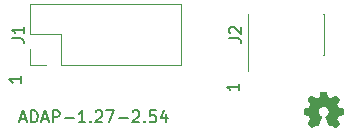
<source format=gbr>
G04 #@! TF.GenerationSoftware,KiCad,Pcbnew,6.0.7-f9a2dced07~116~ubuntu20.04.1*
G04 #@! TF.CreationDate,2022-08-18T11:56:10-05:00*
G04 #@! TF.ProjectId,2x5-1-27-to-2x5-2-54,3278352d-312d-4323-972d-746f2d327835,rev?*
G04 #@! TF.SameCoordinates,Original*
G04 #@! TF.FileFunction,Legend,Top*
G04 #@! TF.FilePolarity,Positive*
%FSLAX46Y46*%
G04 Gerber Fmt 4.6, Leading zero omitted, Abs format (unit mm)*
G04 Created by KiCad (PCBNEW 6.0.7-f9a2dced07~116~ubuntu20.04.1) date 2022-08-18 11:56:10*
%MOMM*%
%LPD*%
G01*
G04 APERTURE LIST*
%ADD10C,0.150000*%
%ADD11C,0.120000*%
%ADD12C,0.010000*%
G04 APERTURE END LIST*
D10*
X120467380Y-110839285D02*
X120467380Y-111410714D01*
X120467380Y-111125000D02*
X119467380Y-111125000D01*
X119610238Y-111220238D01*
X119705476Y-111315476D01*
X119753095Y-111410714D01*
X102052380Y-110204285D02*
X102052380Y-110775714D01*
X102052380Y-110490000D02*
X101052380Y-110490000D01*
X101195238Y-110585238D01*
X101290476Y-110680476D01*
X101338095Y-110775714D01*
X101981904Y-113831666D02*
X102458095Y-113831666D01*
X101886666Y-114117380D02*
X102220000Y-113117380D01*
X102553333Y-114117380D01*
X102886666Y-114117380D02*
X102886666Y-113117380D01*
X103124761Y-113117380D01*
X103267619Y-113165000D01*
X103362857Y-113260238D01*
X103410476Y-113355476D01*
X103458095Y-113545952D01*
X103458095Y-113688809D01*
X103410476Y-113879285D01*
X103362857Y-113974523D01*
X103267619Y-114069761D01*
X103124761Y-114117380D01*
X102886666Y-114117380D01*
X103839047Y-113831666D02*
X104315238Y-113831666D01*
X103743809Y-114117380D02*
X104077142Y-113117380D01*
X104410476Y-114117380D01*
X104743809Y-114117380D02*
X104743809Y-113117380D01*
X105124761Y-113117380D01*
X105220000Y-113165000D01*
X105267619Y-113212619D01*
X105315238Y-113307857D01*
X105315238Y-113450714D01*
X105267619Y-113545952D01*
X105220000Y-113593571D01*
X105124761Y-113641190D01*
X104743809Y-113641190D01*
X105743809Y-113736428D02*
X106505714Y-113736428D01*
X107505714Y-114117380D02*
X106934285Y-114117380D01*
X107220000Y-114117380D02*
X107220000Y-113117380D01*
X107124761Y-113260238D01*
X107029523Y-113355476D01*
X106934285Y-113403095D01*
X107934285Y-114022142D02*
X107981904Y-114069761D01*
X107934285Y-114117380D01*
X107886666Y-114069761D01*
X107934285Y-114022142D01*
X107934285Y-114117380D01*
X108362857Y-113212619D02*
X108410476Y-113165000D01*
X108505714Y-113117380D01*
X108743809Y-113117380D01*
X108839047Y-113165000D01*
X108886666Y-113212619D01*
X108934285Y-113307857D01*
X108934285Y-113403095D01*
X108886666Y-113545952D01*
X108315238Y-114117380D01*
X108934285Y-114117380D01*
X109267619Y-113117380D02*
X109934285Y-113117380D01*
X109505714Y-114117380D01*
X110315238Y-113736428D02*
X111077142Y-113736428D01*
X111505714Y-113212619D02*
X111553333Y-113165000D01*
X111648571Y-113117380D01*
X111886666Y-113117380D01*
X111981904Y-113165000D01*
X112029523Y-113212619D01*
X112077142Y-113307857D01*
X112077142Y-113403095D01*
X112029523Y-113545952D01*
X111458095Y-114117380D01*
X112077142Y-114117380D01*
X112505714Y-114022142D02*
X112553333Y-114069761D01*
X112505714Y-114117380D01*
X112458095Y-114069761D01*
X112505714Y-114022142D01*
X112505714Y-114117380D01*
X113458095Y-113117380D02*
X112981904Y-113117380D01*
X112934285Y-113593571D01*
X112981904Y-113545952D01*
X113077142Y-113498333D01*
X113315238Y-113498333D01*
X113410476Y-113545952D01*
X113458095Y-113593571D01*
X113505714Y-113688809D01*
X113505714Y-113926904D01*
X113458095Y-114022142D01*
X113410476Y-114069761D01*
X113315238Y-114117380D01*
X113077142Y-114117380D01*
X112981904Y-114069761D01*
X112934285Y-114022142D01*
X114362857Y-113450714D02*
X114362857Y-114117380D01*
X114124761Y-113069761D02*
X113886666Y-113784047D01*
X114505714Y-113784047D01*
X101262380Y-107013333D02*
X101976666Y-107013333D01*
X102119523Y-107060952D01*
X102214761Y-107156190D01*
X102262380Y-107299047D01*
X102262380Y-107394285D01*
X102262380Y-106013333D02*
X102262380Y-106584761D01*
X102262380Y-106299047D02*
X101262380Y-106299047D01*
X101405238Y-106394285D01*
X101500476Y-106489523D01*
X101548095Y-106584761D01*
X119677380Y-107013333D02*
X120391666Y-107013333D01*
X120534523Y-107060952D01*
X120629761Y-107156190D01*
X120677380Y-107299047D01*
X120677380Y-107394285D01*
X119772619Y-106584761D02*
X119725000Y-106537142D01*
X119677380Y-106441904D01*
X119677380Y-106203809D01*
X119725000Y-106108571D01*
X119772619Y-106060952D01*
X119867857Y-106013333D01*
X119963095Y-106013333D01*
X120105952Y-106060952D01*
X120677380Y-106632380D01*
X120677380Y-106013333D01*
D11*
X105410000Y-106680000D02*
X102810000Y-106680000D01*
X104140000Y-109280000D02*
X102810000Y-109280000D01*
X115630000Y-109280000D02*
X115630000Y-104080000D01*
X102810000Y-106680000D02*
X102810000Y-104080000D01*
X102810000Y-109280000D02*
X102810000Y-107950000D01*
X105410000Y-109280000D02*
X115630000Y-109280000D01*
X105410000Y-109280000D02*
X105410000Y-106680000D01*
X102810000Y-104080000D02*
X115630000Y-104080000D01*
X121225000Y-108445000D02*
X121290000Y-108445000D01*
X127630000Y-108445000D02*
X127695000Y-108445000D01*
X127695000Y-108445000D02*
X127695000Y-104915000D01*
X121225000Y-108445000D02*
X121225000Y-104915000D01*
X127630000Y-104915000D02*
X127695000Y-104915000D01*
X121290000Y-109770000D02*
X121290000Y-108445000D01*
X121225000Y-104915000D02*
X121290000Y-104915000D01*
G36*
X127660852Y-111530473D02*
G01*
X127695681Y-111530616D01*
X127729199Y-111530883D01*
X127760630Y-111531273D01*
X127789193Y-111531790D01*
X127814110Y-111532431D01*
X127834602Y-111533198D01*
X127849890Y-111534089D01*
X127859196Y-111535106D01*
X127861648Y-111535819D01*
X127863282Y-111538038D01*
X127865212Y-111542790D01*
X127867539Y-111550558D01*
X127870366Y-111561821D01*
X127873796Y-111577061D01*
X127877930Y-111596757D01*
X127882870Y-111621392D01*
X127888718Y-111651444D01*
X127895576Y-111687396D01*
X127903547Y-111729727D01*
X127908859Y-111758133D01*
X127916171Y-111797079D01*
X127923195Y-111834040D01*
X127929805Y-111868375D01*
X127935873Y-111899442D01*
X127941271Y-111926598D01*
X127945871Y-111949203D01*
X127949546Y-111966614D01*
X127952168Y-111978189D01*
X127953611Y-111983288D01*
X127953636Y-111983338D01*
X127958740Y-111990180D01*
X127962471Y-111992988D01*
X128022317Y-112017601D01*
X128075529Y-112039403D01*
X128122158Y-112058413D01*
X128162253Y-112074653D01*
X128195864Y-112088141D01*
X128223043Y-112098899D01*
X128243839Y-112106947D01*
X128258302Y-112112304D01*
X128266483Y-112114990D01*
X128268259Y-112115338D01*
X128269915Y-112115353D01*
X128271575Y-112115201D01*
X128273680Y-112114594D01*
X128276672Y-112113241D01*
X128280992Y-112110852D01*
X128287081Y-112107137D01*
X128295380Y-112101804D01*
X128306332Y-112094565D01*
X128320376Y-112085128D01*
X128337954Y-112073204D01*
X128359508Y-112058502D01*
X128385479Y-112040731D01*
X128416308Y-112019602D01*
X128452437Y-111994825D01*
X128475254Y-111979174D01*
X128505851Y-111958212D01*
X128534826Y-111938407D01*
X128561593Y-111920155D01*
X128585567Y-111903855D01*
X128606161Y-111889903D01*
X128622790Y-111878697D01*
X128634869Y-111870634D01*
X128641811Y-111866110D01*
X128643091Y-111865342D01*
X128650869Y-111862964D01*
X128659185Y-111865305D01*
X128661239Y-111866347D01*
X128665583Y-111869837D01*
X128674549Y-111878011D01*
X128687649Y-111890394D01*
X128704396Y-111906511D01*
X128724301Y-111925890D01*
X128746878Y-111948055D01*
X128771640Y-111972533D01*
X128798099Y-111998850D01*
X128820974Y-112021725D01*
X128852861Y-112053723D01*
X128879963Y-112081018D01*
X128902657Y-112104012D01*
X128921318Y-112123109D01*
X128936320Y-112138713D01*
X128948040Y-112151227D01*
X128956851Y-112161054D01*
X128963130Y-112168598D01*
X128967252Y-112174262D01*
X128969591Y-112178449D01*
X128970524Y-112181563D01*
X128970587Y-112182588D01*
X128969507Y-112186540D01*
X128966167Y-112193435D01*
X128960335Y-112203628D01*
X128951782Y-112217476D01*
X128940277Y-112235333D01*
X128925589Y-112257555D01*
X128907488Y-112284499D01*
X128885744Y-112316520D01*
X128860125Y-112353973D01*
X128849156Y-112369950D01*
X128827108Y-112402139D01*
X128806272Y-112432748D01*
X128787019Y-112461221D01*
X128769718Y-112487001D01*
X128754740Y-112509533D01*
X128742456Y-112528258D01*
X128733236Y-112542621D01*
X128727449Y-112552064D01*
X128725490Y-112555871D01*
X128725554Y-112559698D01*
X128727137Y-112566463D01*
X128730430Y-112576654D01*
X128735621Y-112590756D01*
X128742900Y-112609258D01*
X128752456Y-112632646D01*
X128764479Y-112661406D01*
X128779158Y-112696026D01*
X128789012Y-112719094D01*
X128803241Y-112752095D01*
X128816651Y-112782731D01*
X128828946Y-112810354D01*
X128839828Y-112834316D01*
X128849001Y-112853969D01*
X128856168Y-112868665D01*
X128861032Y-112877756D01*
X128862881Y-112880413D01*
X128868172Y-112883795D01*
X128877190Y-112887168D01*
X128890843Y-112890778D01*
X128910037Y-112894871D01*
X128930770Y-112898799D01*
X128990637Y-112909774D01*
X129045940Y-112919976D01*
X129096408Y-112929354D01*
X129141772Y-112937858D01*
X129181762Y-112945434D01*
X129216107Y-112952031D01*
X129244539Y-112957598D01*
X129266787Y-112962084D01*
X129282582Y-112965435D01*
X129291653Y-112967601D01*
X129293716Y-112968289D01*
X129300262Y-112974015D01*
X129302378Y-112977566D01*
X129302781Y-112982163D01*
X129303161Y-112993368D01*
X129303511Y-113010531D01*
X129303825Y-113033000D01*
X129304096Y-113060125D01*
X129304317Y-113091255D01*
X129304483Y-113125739D01*
X129304586Y-113162926D01*
X129304620Y-113200629D01*
X129304622Y-113246578D01*
X129304600Y-113285812D01*
X129304514Y-113318874D01*
X129304323Y-113346306D01*
X129303986Y-113368653D01*
X129303462Y-113386458D01*
X129302711Y-113400265D01*
X129301692Y-113410616D01*
X129300364Y-113418056D01*
X129298686Y-113423128D01*
X129296618Y-113426375D01*
X129294118Y-113428340D01*
X129291147Y-113429568D01*
X129287662Y-113430601D01*
X129287358Y-113430692D01*
X129282692Y-113431691D01*
X129271554Y-113433877D01*
X129254608Y-113437123D01*
X129232522Y-113441304D01*
X129205962Y-113446296D01*
X129175595Y-113451972D01*
X129142086Y-113458207D01*
X129106102Y-113464876D01*
X129081399Y-113469441D01*
X129037024Y-113477664D01*
X128999282Y-113484741D01*
X128967655Y-113490784D01*
X128941629Y-113495901D01*
X128920684Y-113500203D01*
X128904304Y-113503799D01*
X128891973Y-113506800D01*
X128883174Y-113509315D01*
X128877389Y-113511454D01*
X128874102Y-113513328D01*
X128873787Y-113513598D01*
X128870707Y-113518544D01*
X128865373Y-113529456D01*
X128858114Y-113545517D01*
X128849256Y-113565908D01*
X128839130Y-113589813D01*
X128828063Y-113616414D01*
X128816384Y-113644892D01*
X128804421Y-113674430D01*
X128792503Y-113704210D01*
X128780957Y-113733415D01*
X128770114Y-113761226D01*
X128760300Y-113786827D01*
X128751844Y-113809398D01*
X128745075Y-113828123D01*
X128740321Y-113842184D01*
X128737910Y-113850762D01*
X128737676Y-113852511D01*
X128738501Y-113856238D01*
X128741155Y-113862251D01*
X128745905Y-113870966D01*
X128753018Y-113882799D01*
X128762763Y-113898165D01*
X128775405Y-113917479D01*
X128791213Y-113941157D01*
X128810453Y-113969615D01*
X128833393Y-114003268D01*
X128854185Y-114033622D01*
X128882786Y-114075457D01*
X128907219Y-114111520D01*
X128927562Y-114141931D01*
X128943892Y-114166806D01*
X128956285Y-114186264D01*
X128964818Y-114200424D01*
X128969568Y-114209403D01*
X128970696Y-114212898D01*
X128969819Y-114215801D01*
X128966965Y-114220387D01*
X128961794Y-114227013D01*
X128953970Y-114236038D01*
X128943154Y-114247820D01*
X128929009Y-114262718D01*
X128911197Y-114281090D01*
X128889380Y-114303295D01*
X128863220Y-114329690D01*
X128832380Y-114360633D01*
X128815514Y-114377508D01*
X128779517Y-114413400D01*
X128748381Y-114444228D01*
X128721933Y-114470160D01*
X128699997Y-114491361D01*
X128682401Y-114507996D01*
X128668970Y-114520231D01*
X128659529Y-114528232D01*
X128653905Y-114532165D01*
X128652457Y-114532658D01*
X128650637Y-114532543D01*
X128648435Y-114532011D01*
X128645423Y-114530778D01*
X128641170Y-114528561D01*
X128635249Y-114525077D01*
X128627229Y-114520044D01*
X128616681Y-114513178D01*
X128603177Y-114504197D01*
X128586286Y-114492816D01*
X128565580Y-114478755D01*
X128540629Y-114461728D01*
X128511004Y-114441455D01*
X128476276Y-114417650D01*
X128436016Y-114390033D01*
X128433844Y-114388542D01*
X128406484Y-114369883D01*
X128380780Y-114352568D01*
X128357388Y-114337024D01*
X128336960Y-114323676D01*
X128320151Y-114312947D01*
X128307616Y-114305263D01*
X128300007Y-114301049D01*
X128298107Y-114300363D01*
X128292945Y-114302015D01*
X128282402Y-114306647D01*
X128267479Y-114313776D01*
X128249174Y-114322917D01*
X128228485Y-114333586D01*
X128216111Y-114340111D01*
X128194585Y-114351515D01*
X128174985Y-114361828D01*
X128158292Y-114370538D01*
X128145485Y-114377137D01*
X128137545Y-114381114D01*
X128135577Y-114382011D01*
X128128787Y-114381439D01*
X128122302Y-114377651D01*
X128119931Y-114373479D01*
X128115045Y-114363121D01*
X128107866Y-114347111D01*
X128098616Y-114325986D01*
X128087518Y-114300282D01*
X128074795Y-114270535D01*
X128060669Y-114237280D01*
X128045363Y-114201054D01*
X128029098Y-114162392D01*
X128012099Y-114121831D01*
X127994586Y-114079906D01*
X127976783Y-114037153D01*
X127958912Y-113994109D01*
X127941196Y-113951309D01*
X127923857Y-113909289D01*
X127907118Y-113868585D01*
X127891201Y-113829734D01*
X127876328Y-113793270D01*
X127862723Y-113759731D01*
X127850608Y-113729651D01*
X127840205Y-113703567D01*
X127831737Y-113682015D01*
X127825426Y-113665531D01*
X127821495Y-113654651D01*
X127820165Y-113649929D01*
X127820791Y-113643195D01*
X127823378Y-113637681D01*
X127829148Y-113632031D01*
X127839322Y-113624892D01*
X127847332Y-113619779D01*
X127898966Y-113584544D01*
X127943893Y-113547898D01*
X127982607Y-113509326D01*
X128015603Y-113468315D01*
X128043378Y-113424354D01*
X128052309Y-113407479D01*
X128074229Y-113356154D01*
X128089771Y-113302371D01*
X128098874Y-113247045D01*
X128101482Y-113191092D01*
X128097535Y-113135426D01*
X128086976Y-113080962D01*
X128075485Y-113043670D01*
X128052906Y-112991195D01*
X128024288Y-112942096D01*
X127990150Y-112896949D01*
X127951010Y-112856326D01*
X127907388Y-112820802D01*
X127859801Y-112790951D01*
X127836518Y-112779187D01*
X127783277Y-112758047D01*
X127729043Y-112743751D01*
X127674365Y-112736113D01*
X127619791Y-112734949D01*
X127565872Y-112740074D01*
X127513154Y-112751304D01*
X127462189Y-112768453D01*
X127413523Y-112791339D01*
X127367707Y-112819774D01*
X127325289Y-112853576D01*
X127286819Y-112892560D01*
X127252845Y-112936540D01*
X127223982Y-112985202D01*
X127203470Y-113029711D01*
X127188585Y-113073039D01*
X127178861Y-113117152D01*
X127173832Y-113164012D01*
X127172856Y-113200591D01*
X127174891Y-113249623D01*
X127181136Y-113294464D01*
X127192060Y-113337147D01*
X127208132Y-113379702D01*
X127220187Y-113405508D01*
X127244745Y-113448998D01*
X127273852Y-113489431D01*
X127308095Y-113527415D01*
X127348060Y-113563558D01*
X127394331Y-113598470D01*
X127426297Y-113619671D01*
X127439441Y-113628285D01*
X127447509Y-113634626D01*
X127451719Y-113640041D01*
X127453287Y-113645878D01*
X127453464Y-113649759D01*
X127452107Y-113654196D01*
X127448167Y-113664793D01*
X127441865Y-113681016D01*
X127433422Y-113702328D01*
X127423060Y-113728195D01*
X127410998Y-113758081D01*
X127397459Y-113791450D01*
X127382664Y-113827768D01*
X127366832Y-113866498D01*
X127350186Y-113907106D01*
X127332946Y-113949055D01*
X127315334Y-113991812D01*
X127297570Y-114034840D01*
X127279876Y-114077603D01*
X127262473Y-114119568D01*
X127245580Y-114160197D01*
X127229421Y-114198957D01*
X127214215Y-114235311D01*
X127200184Y-114268723D01*
X127187548Y-114298660D01*
X127176529Y-114324585D01*
X127167348Y-114345963D01*
X127160226Y-114362258D01*
X127155383Y-114372936D01*
X127153041Y-114377460D01*
X127153015Y-114377492D01*
X127147209Y-114382518D01*
X127143798Y-114383844D01*
X127139684Y-114382207D01*
X127130090Y-114377607D01*
X127115935Y-114370508D01*
X127098137Y-114361376D01*
X127077615Y-114350676D01*
X127061368Y-114342103D01*
X127039209Y-114330506D01*
X127018867Y-114320147D01*
X127001313Y-114311497D01*
X126987514Y-114305027D01*
X126978441Y-114301207D01*
X126975399Y-114300363D01*
X126971136Y-114302369D01*
X126961468Y-114308142D01*
X126946956Y-114317311D01*
X126928162Y-114329509D01*
X126905646Y-114344364D01*
X126879969Y-114361508D01*
X126851693Y-114380571D01*
X126821379Y-114401185D01*
X126798996Y-114416510D01*
X126763460Y-114440810D01*
X126730948Y-114462842D01*
X126701865Y-114482340D01*
X126676614Y-114499041D01*
X126655600Y-114512679D01*
X126639229Y-114522990D01*
X126627903Y-114529709D01*
X126622029Y-114532571D01*
X126621537Y-114532658D01*
X126618166Y-114531147D01*
X126611876Y-114526451D01*
X126602404Y-114518320D01*
X126589489Y-114506508D01*
X126572871Y-114490764D01*
X126552288Y-114470843D01*
X126527478Y-114446494D01*
X126498180Y-114417471D01*
X126464133Y-114383525D01*
X126458083Y-114377476D01*
X126425015Y-114344351D01*
X126396778Y-114315946D01*
X126373028Y-114291892D01*
X126353418Y-114271822D01*
X126337602Y-114255368D01*
X126325234Y-114242162D01*
X126315967Y-114231837D01*
X126309456Y-114224025D01*
X126305355Y-114218357D01*
X126303317Y-114214467D01*
X126302933Y-114212598D01*
X126304548Y-114207914D01*
X126309479Y-114198741D01*
X126317853Y-114184881D01*
X126329801Y-114166137D01*
X126345449Y-114142310D01*
X126364928Y-114113202D01*
X126388365Y-114078615D01*
X126415889Y-114038351D01*
X126419444Y-114033171D01*
X126445611Y-113994967D01*
X126467856Y-113962292D01*
X126486438Y-113934743D01*
X126501619Y-113911915D01*
X126513659Y-113893405D01*
X126522817Y-113878808D01*
X126529355Y-113867720D01*
X126533531Y-113859738D01*
X126535607Y-113854458D01*
X126535954Y-113852329D01*
X126534604Y-113846284D01*
X126530775Y-113834414D01*
X126524794Y-113817538D01*
X126516992Y-113796474D01*
X126507695Y-113772040D01*
X126497233Y-113745053D01*
X126485934Y-113716332D01*
X126474127Y-113686694D01*
X126462141Y-113656959D01*
X126450304Y-113627943D01*
X126438945Y-113600465D01*
X126428392Y-113575342D01*
X126418973Y-113553393D01*
X126411019Y-113535436D01*
X126404857Y-113522289D01*
X126400815Y-113514770D01*
X126399843Y-113513499D01*
X126396989Y-113511670D01*
X126391856Y-113509613D01*
X126383926Y-113507217D01*
X126372680Y-113504372D01*
X126357602Y-113500968D01*
X126338174Y-113496894D01*
X126313878Y-113492039D01*
X126284198Y-113486293D01*
X126248615Y-113479545D01*
X126206612Y-113471685D01*
X126187603Y-113468150D01*
X126140849Y-113459418D01*
X126100848Y-113451835D01*
X126067201Y-113445318D01*
X126039507Y-113439781D01*
X126017368Y-113435142D01*
X126000382Y-113431316D01*
X125988151Y-113428219D01*
X125980273Y-113425766D01*
X125976350Y-113423875D01*
X125976179Y-113423731D01*
X125974688Y-113422194D01*
X125973420Y-113420122D01*
X125972356Y-113416956D01*
X125971479Y-113412136D01*
X125970770Y-113405106D01*
X125970211Y-113395306D01*
X125969785Y-113382178D01*
X125969474Y-113365164D01*
X125969259Y-113343704D01*
X125969123Y-113317242D01*
X125969048Y-113285217D01*
X125969016Y-113247073D01*
X125969010Y-113202250D01*
X125969010Y-113200326D01*
X125969046Y-113161181D01*
X125969152Y-113124113D01*
X125969320Y-113089775D01*
X125969543Y-113058817D01*
X125969816Y-113031890D01*
X125970132Y-113009646D01*
X125970484Y-112992737D01*
X125970865Y-112981813D01*
X125971251Y-112977566D01*
X125976256Y-112970896D01*
X125979755Y-112968373D01*
X125984390Y-112967112D01*
X125995510Y-112964669D01*
X126012462Y-112961174D01*
X126034593Y-112956753D01*
X126061247Y-112951536D01*
X126091771Y-112945650D01*
X126125512Y-112939225D01*
X126161814Y-112932387D01*
X126192568Y-112926649D01*
X126240989Y-112917595D01*
X126282570Y-112909690D01*
X126317629Y-112902868D01*
X126346482Y-112897062D01*
X126369447Y-112892207D01*
X126386841Y-112888235D01*
X126398982Y-112885081D01*
X126406185Y-112882679D01*
X126408192Y-112881629D01*
X126411861Y-112876667D01*
X126417864Y-112865822D01*
X126425846Y-112849917D01*
X126435452Y-112829777D01*
X126446327Y-112806226D01*
X126458116Y-112780088D01*
X126470462Y-112752186D01*
X126483012Y-112723345D01*
X126495409Y-112694388D01*
X126507299Y-112666141D01*
X126518326Y-112639425D01*
X126528135Y-112615067D01*
X126536370Y-112593888D01*
X126542677Y-112576715D01*
X126546700Y-112564370D01*
X126548085Y-112557677D01*
X126548048Y-112557243D01*
X126545717Y-112552501D01*
X126539616Y-112542353D01*
X126530114Y-112527356D01*
X126517580Y-112508068D01*
X126502382Y-112485048D01*
X126484888Y-112458854D01*
X126465465Y-112430043D01*
X126444484Y-112399174D01*
X126424725Y-112370318D01*
X126397522Y-112330634D01*
X126374283Y-112296520D01*
X126354775Y-112267621D01*
X126338771Y-112243580D01*
X126326037Y-112224044D01*
X126316346Y-112208656D01*
X126309465Y-112197061D01*
X126305165Y-112188903D01*
X126303216Y-112183828D01*
X126303042Y-112182587D01*
X126303521Y-112179800D01*
X126305253Y-112176099D01*
X126308613Y-112171084D01*
X126313973Y-112164354D01*
X126321706Y-112155508D01*
X126332184Y-112144146D01*
X126345782Y-112129867D01*
X126362871Y-112112270D01*
X126383825Y-112090954D01*
X126409016Y-112065520D01*
X126438817Y-112035565D01*
X126454470Y-112019864D01*
X126482059Y-111992284D01*
X126508301Y-111966207D01*
X126532720Y-111942098D01*
X126554838Y-111920419D01*
X126574181Y-111901632D01*
X126590272Y-111886201D01*
X126602634Y-111874587D01*
X126610792Y-111867254D01*
X126614141Y-111864699D01*
X126622758Y-111862969D01*
X126627789Y-111863585D01*
X126631697Y-111865969D01*
X126641052Y-111872106D01*
X126655318Y-111881634D01*
X126673962Y-111894193D01*
X126696450Y-111909419D01*
X126722247Y-111926952D01*
X126750820Y-111946430D01*
X126781634Y-111967491D01*
X126814155Y-111989773D01*
X126815243Y-111990520D01*
X126850734Y-112014777D01*
X126883671Y-112037110D01*
X126913610Y-112057227D01*
X126940110Y-112074837D01*
X126962727Y-112089650D01*
X126981020Y-112101376D01*
X126994545Y-112109723D01*
X127002861Y-112114401D01*
X127005310Y-112115338D01*
X127009920Y-112114011D01*
X127020398Y-112110256D01*
X127035899Y-112104412D01*
X127055580Y-112096817D01*
X127078595Y-112087810D01*
X127104103Y-112077730D01*
X127131257Y-112066916D01*
X127159215Y-112055707D01*
X127187133Y-112044441D01*
X127214166Y-112033457D01*
X127239471Y-112023094D01*
X127262203Y-112013691D01*
X127281519Y-112005586D01*
X127296575Y-111999119D01*
X127306526Y-111994628D01*
X127308758Y-111993528D01*
X127316707Y-111987771D01*
X127321089Y-111982085D01*
X127322232Y-111977438D01*
X127324575Y-111966291D01*
X127327996Y-111949279D01*
X127332370Y-111927041D01*
X127337575Y-111900212D01*
X127343486Y-111869429D01*
X127349980Y-111835329D01*
X127356935Y-111798549D01*
X127364225Y-111759725D01*
X127364512Y-111758192D01*
X127373194Y-111711955D01*
X127380698Y-111672377D01*
X127387129Y-111638972D01*
X127392590Y-111611254D01*
X127397185Y-111588737D01*
X127401017Y-111570934D01*
X127404190Y-111557359D01*
X127406809Y-111547527D01*
X127408975Y-111540951D01*
X127410793Y-111537144D01*
X127411900Y-111535878D01*
X127416985Y-111534780D01*
X127428550Y-111533806D01*
X127445815Y-111532955D01*
X127468001Y-111532228D01*
X127494330Y-111531625D01*
X127524022Y-111531146D01*
X127556300Y-111530792D01*
X127590383Y-111530562D01*
X127625494Y-111530455D01*
X127660852Y-111530473D01*
G37*
D12*
X127660852Y-111530473D02*
X127695681Y-111530616D01*
X127729199Y-111530883D01*
X127760630Y-111531273D01*
X127789193Y-111531790D01*
X127814110Y-111532431D01*
X127834602Y-111533198D01*
X127849890Y-111534089D01*
X127859196Y-111535106D01*
X127861648Y-111535819D01*
X127863282Y-111538038D01*
X127865212Y-111542790D01*
X127867539Y-111550558D01*
X127870366Y-111561821D01*
X127873796Y-111577061D01*
X127877930Y-111596757D01*
X127882870Y-111621392D01*
X127888718Y-111651444D01*
X127895576Y-111687396D01*
X127903547Y-111729727D01*
X127908859Y-111758133D01*
X127916171Y-111797079D01*
X127923195Y-111834040D01*
X127929805Y-111868375D01*
X127935873Y-111899442D01*
X127941271Y-111926598D01*
X127945871Y-111949203D01*
X127949546Y-111966614D01*
X127952168Y-111978189D01*
X127953611Y-111983288D01*
X127953636Y-111983338D01*
X127958740Y-111990180D01*
X127962471Y-111992988D01*
X128022317Y-112017601D01*
X128075529Y-112039403D01*
X128122158Y-112058413D01*
X128162253Y-112074653D01*
X128195864Y-112088141D01*
X128223043Y-112098899D01*
X128243839Y-112106947D01*
X128258302Y-112112304D01*
X128266483Y-112114990D01*
X128268259Y-112115338D01*
X128269915Y-112115353D01*
X128271575Y-112115201D01*
X128273680Y-112114594D01*
X128276672Y-112113241D01*
X128280992Y-112110852D01*
X128287081Y-112107137D01*
X128295380Y-112101804D01*
X128306332Y-112094565D01*
X128320376Y-112085128D01*
X128337954Y-112073204D01*
X128359508Y-112058502D01*
X128385479Y-112040731D01*
X128416308Y-112019602D01*
X128452437Y-111994825D01*
X128475254Y-111979174D01*
X128505851Y-111958212D01*
X128534826Y-111938407D01*
X128561593Y-111920155D01*
X128585567Y-111903855D01*
X128606161Y-111889903D01*
X128622790Y-111878697D01*
X128634869Y-111870634D01*
X128641811Y-111866110D01*
X128643091Y-111865342D01*
X128650869Y-111862964D01*
X128659185Y-111865305D01*
X128661239Y-111866347D01*
X128665583Y-111869837D01*
X128674549Y-111878011D01*
X128687649Y-111890394D01*
X128704396Y-111906511D01*
X128724301Y-111925890D01*
X128746878Y-111948055D01*
X128771640Y-111972533D01*
X128798099Y-111998850D01*
X128820974Y-112021725D01*
X128852861Y-112053723D01*
X128879963Y-112081018D01*
X128902657Y-112104012D01*
X128921318Y-112123109D01*
X128936320Y-112138713D01*
X128948040Y-112151227D01*
X128956851Y-112161054D01*
X128963130Y-112168598D01*
X128967252Y-112174262D01*
X128969591Y-112178449D01*
X128970524Y-112181563D01*
X128970587Y-112182588D01*
X128969507Y-112186540D01*
X128966167Y-112193435D01*
X128960335Y-112203628D01*
X128951782Y-112217476D01*
X128940277Y-112235333D01*
X128925589Y-112257555D01*
X128907488Y-112284499D01*
X128885744Y-112316520D01*
X128860125Y-112353973D01*
X128849156Y-112369950D01*
X128827108Y-112402139D01*
X128806272Y-112432748D01*
X128787019Y-112461221D01*
X128769718Y-112487001D01*
X128754740Y-112509533D01*
X128742456Y-112528258D01*
X128733236Y-112542621D01*
X128727449Y-112552064D01*
X128725490Y-112555871D01*
X128725554Y-112559698D01*
X128727137Y-112566463D01*
X128730430Y-112576654D01*
X128735621Y-112590756D01*
X128742900Y-112609258D01*
X128752456Y-112632646D01*
X128764479Y-112661406D01*
X128779158Y-112696026D01*
X128789012Y-112719094D01*
X128803241Y-112752095D01*
X128816651Y-112782731D01*
X128828946Y-112810354D01*
X128839828Y-112834316D01*
X128849001Y-112853969D01*
X128856168Y-112868665D01*
X128861032Y-112877756D01*
X128862881Y-112880413D01*
X128868172Y-112883795D01*
X128877190Y-112887168D01*
X128890843Y-112890778D01*
X128910037Y-112894871D01*
X128930770Y-112898799D01*
X128990637Y-112909774D01*
X129045940Y-112919976D01*
X129096408Y-112929354D01*
X129141772Y-112937858D01*
X129181762Y-112945434D01*
X129216107Y-112952031D01*
X129244539Y-112957598D01*
X129266787Y-112962084D01*
X129282582Y-112965435D01*
X129291653Y-112967601D01*
X129293716Y-112968289D01*
X129300262Y-112974015D01*
X129302378Y-112977566D01*
X129302781Y-112982163D01*
X129303161Y-112993368D01*
X129303511Y-113010531D01*
X129303825Y-113033000D01*
X129304096Y-113060125D01*
X129304317Y-113091255D01*
X129304483Y-113125739D01*
X129304586Y-113162926D01*
X129304620Y-113200629D01*
X129304622Y-113246578D01*
X129304600Y-113285812D01*
X129304514Y-113318874D01*
X129304323Y-113346306D01*
X129303986Y-113368653D01*
X129303462Y-113386458D01*
X129302711Y-113400265D01*
X129301692Y-113410616D01*
X129300364Y-113418056D01*
X129298686Y-113423128D01*
X129296618Y-113426375D01*
X129294118Y-113428340D01*
X129291147Y-113429568D01*
X129287662Y-113430601D01*
X129287358Y-113430692D01*
X129282692Y-113431691D01*
X129271554Y-113433877D01*
X129254608Y-113437123D01*
X129232522Y-113441304D01*
X129205962Y-113446296D01*
X129175595Y-113451972D01*
X129142086Y-113458207D01*
X129106102Y-113464876D01*
X129081399Y-113469441D01*
X129037024Y-113477664D01*
X128999282Y-113484741D01*
X128967655Y-113490784D01*
X128941629Y-113495901D01*
X128920684Y-113500203D01*
X128904304Y-113503799D01*
X128891973Y-113506800D01*
X128883174Y-113509315D01*
X128877389Y-113511454D01*
X128874102Y-113513328D01*
X128873787Y-113513598D01*
X128870707Y-113518544D01*
X128865373Y-113529456D01*
X128858114Y-113545517D01*
X128849256Y-113565908D01*
X128839130Y-113589813D01*
X128828063Y-113616414D01*
X128816384Y-113644892D01*
X128804421Y-113674430D01*
X128792503Y-113704210D01*
X128780957Y-113733415D01*
X128770114Y-113761226D01*
X128760300Y-113786827D01*
X128751844Y-113809398D01*
X128745075Y-113828123D01*
X128740321Y-113842184D01*
X128737910Y-113850762D01*
X128737676Y-113852511D01*
X128738501Y-113856238D01*
X128741155Y-113862251D01*
X128745905Y-113870966D01*
X128753018Y-113882799D01*
X128762763Y-113898165D01*
X128775405Y-113917479D01*
X128791213Y-113941157D01*
X128810453Y-113969615D01*
X128833393Y-114003268D01*
X128854185Y-114033622D01*
X128882786Y-114075457D01*
X128907219Y-114111520D01*
X128927562Y-114141931D01*
X128943892Y-114166806D01*
X128956285Y-114186264D01*
X128964818Y-114200424D01*
X128969568Y-114209403D01*
X128970696Y-114212898D01*
X128969819Y-114215801D01*
X128966965Y-114220387D01*
X128961794Y-114227013D01*
X128953970Y-114236038D01*
X128943154Y-114247820D01*
X128929009Y-114262718D01*
X128911197Y-114281090D01*
X128889380Y-114303295D01*
X128863220Y-114329690D01*
X128832380Y-114360633D01*
X128815514Y-114377508D01*
X128779517Y-114413400D01*
X128748381Y-114444228D01*
X128721933Y-114470160D01*
X128699997Y-114491361D01*
X128682401Y-114507996D01*
X128668970Y-114520231D01*
X128659529Y-114528232D01*
X128653905Y-114532165D01*
X128652457Y-114532658D01*
X128650637Y-114532543D01*
X128648435Y-114532011D01*
X128645423Y-114530778D01*
X128641170Y-114528561D01*
X128635249Y-114525077D01*
X128627229Y-114520044D01*
X128616681Y-114513178D01*
X128603177Y-114504197D01*
X128586286Y-114492816D01*
X128565580Y-114478755D01*
X128540629Y-114461728D01*
X128511004Y-114441455D01*
X128476276Y-114417650D01*
X128436016Y-114390033D01*
X128433844Y-114388542D01*
X128406484Y-114369883D01*
X128380780Y-114352568D01*
X128357388Y-114337024D01*
X128336960Y-114323676D01*
X128320151Y-114312947D01*
X128307616Y-114305263D01*
X128300007Y-114301049D01*
X128298107Y-114300363D01*
X128292945Y-114302015D01*
X128282402Y-114306647D01*
X128267479Y-114313776D01*
X128249174Y-114322917D01*
X128228485Y-114333586D01*
X128216111Y-114340111D01*
X128194585Y-114351515D01*
X128174985Y-114361828D01*
X128158292Y-114370538D01*
X128145485Y-114377137D01*
X128137545Y-114381114D01*
X128135577Y-114382011D01*
X128128787Y-114381439D01*
X128122302Y-114377651D01*
X128119931Y-114373479D01*
X128115045Y-114363121D01*
X128107866Y-114347111D01*
X128098616Y-114325986D01*
X128087518Y-114300282D01*
X128074795Y-114270535D01*
X128060669Y-114237280D01*
X128045363Y-114201054D01*
X128029098Y-114162392D01*
X128012099Y-114121831D01*
X127994586Y-114079906D01*
X127976783Y-114037153D01*
X127958912Y-113994109D01*
X127941196Y-113951309D01*
X127923857Y-113909289D01*
X127907118Y-113868585D01*
X127891201Y-113829734D01*
X127876328Y-113793270D01*
X127862723Y-113759731D01*
X127850608Y-113729651D01*
X127840205Y-113703567D01*
X127831737Y-113682015D01*
X127825426Y-113665531D01*
X127821495Y-113654651D01*
X127820165Y-113649929D01*
X127820791Y-113643195D01*
X127823378Y-113637681D01*
X127829148Y-113632031D01*
X127839322Y-113624892D01*
X127847332Y-113619779D01*
X127898966Y-113584544D01*
X127943893Y-113547898D01*
X127982607Y-113509326D01*
X128015603Y-113468315D01*
X128043378Y-113424354D01*
X128052309Y-113407479D01*
X128074229Y-113356154D01*
X128089771Y-113302371D01*
X128098874Y-113247045D01*
X128101482Y-113191092D01*
X128097535Y-113135426D01*
X128086976Y-113080962D01*
X128075485Y-113043670D01*
X128052906Y-112991195D01*
X128024288Y-112942096D01*
X127990150Y-112896949D01*
X127951010Y-112856326D01*
X127907388Y-112820802D01*
X127859801Y-112790951D01*
X127836518Y-112779187D01*
X127783277Y-112758047D01*
X127729043Y-112743751D01*
X127674365Y-112736113D01*
X127619791Y-112734949D01*
X127565872Y-112740074D01*
X127513154Y-112751304D01*
X127462189Y-112768453D01*
X127413523Y-112791339D01*
X127367707Y-112819774D01*
X127325289Y-112853576D01*
X127286819Y-112892560D01*
X127252845Y-112936540D01*
X127223982Y-112985202D01*
X127203470Y-113029711D01*
X127188585Y-113073039D01*
X127178861Y-113117152D01*
X127173832Y-113164012D01*
X127172856Y-113200591D01*
X127174891Y-113249623D01*
X127181136Y-113294464D01*
X127192060Y-113337147D01*
X127208132Y-113379702D01*
X127220187Y-113405508D01*
X127244745Y-113448998D01*
X127273852Y-113489431D01*
X127308095Y-113527415D01*
X127348060Y-113563558D01*
X127394331Y-113598470D01*
X127426297Y-113619671D01*
X127439441Y-113628285D01*
X127447509Y-113634626D01*
X127451719Y-113640041D01*
X127453287Y-113645878D01*
X127453464Y-113649759D01*
X127452107Y-113654196D01*
X127448167Y-113664793D01*
X127441865Y-113681016D01*
X127433422Y-113702328D01*
X127423060Y-113728195D01*
X127410998Y-113758081D01*
X127397459Y-113791450D01*
X127382664Y-113827768D01*
X127366832Y-113866498D01*
X127350186Y-113907106D01*
X127332946Y-113949055D01*
X127315334Y-113991812D01*
X127297570Y-114034840D01*
X127279876Y-114077603D01*
X127262473Y-114119568D01*
X127245580Y-114160197D01*
X127229421Y-114198957D01*
X127214215Y-114235311D01*
X127200184Y-114268723D01*
X127187548Y-114298660D01*
X127176529Y-114324585D01*
X127167348Y-114345963D01*
X127160226Y-114362258D01*
X127155383Y-114372936D01*
X127153041Y-114377460D01*
X127153015Y-114377492D01*
X127147209Y-114382518D01*
X127143798Y-114383844D01*
X127139684Y-114382207D01*
X127130090Y-114377607D01*
X127115935Y-114370508D01*
X127098137Y-114361376D01*
X127077615Y-114350676D01*
X127061368Y-114342103D01*
X127039209Y-114330506D01*
X127018867Y-114320147D01*
X127001313Y-114311497D01*
X126987514Y-114305027D01*
X126978441Y-114301207D01*
X126975399Y-114300363D01*
X126971136Y-114302369D01*
X126961468Y-114308142D01*
X126946956Y-114317311D01*
X126928162Y-114329509D01*
X126905646Y-114344364D01*
X126879969Y-114361508D01*
X126851693Y-114380571D01*
X126821379Y-114401185D01*
X126798996Y-114416510D01*
X126763460Y-114440810D01*
X126730948Y-114462842D01*
X126701865Y-114482340D01*
X126676614Y-114499041D01*
X126655600Y-114512679D01*
X126639229Y-114522990D01*
X126627903Y-114529709D01*
X126622029Y-114532571D01*
X126621537Y-114532658D01*
X126618166Y-114531147D01*
X126611876Y-114526451D01*
X126602404Y-114518320D01*
X126589489Y-114506508D01*
X126572871Y-114490764D01*
X126552288Y-114470843D01*
X126527478Y-114446494D01*
X126498180Y-114417471D01*
X126464133Y-114383525D01*
X126458083Y-114377476D01*
X126425015Y-114344351D01*
X126396778Y-114315946D01*
X126373028Y-114291892D01*
X126353418Y-114271822D01*
X126337602Y-114255368D01*
X126325234Y-114242162D01*
X126315967Y-114231837D01*
X126309456Y-114224025D01*
X126305355Y-114218357D01*
X126303317Y-114214467D01*
X126302933Y-114212598D01*
X126304548Y-114207914D01*
X126309479Y-114198741D01*
X126317853Y-114184881D01*
X126329801Y-114166137D01*
X126345449Y-114142310D01*
X126364928Y-114113202D01*
X126388365Y-114078615D01*
X126415889Y-114038351D01*
X126419444Y-114033171D01*
X126445611Y-113994967D01*
X126467856Y-113962292D01*
X126486438Y-113934743D01*
X126501619Y-113911915D01*
X126513659Y-113893405D01*
X126522817Y-113878808D01*
X126529355Y-113867720D01*
X126533531Y-113859738D01*
X126535607Y-113854458D01*
X126535954Y-113852329D01*
X126534604Y-113846284D01*
X126530775Y-113834414D01*
X126524794Y-113817538D01*
X126516992Y-113796474D01*
X126507695Y-113772040D01*
X126497233Y-113745053D01*
X126485934Y-113716332D01*
X126474127Y-113686694D01*
X126462141Y-113656959D01*
X126450304Y-113627943D01*
X126438945Y-113600465D01*
X126428392Y-113575342D01*
X126418973Y-113553393D01*
X126411019Y-113535436D01*
X126404857Y-113522289D01*
X126400815Y-113514770D01*
X126399843Y-113513499D01*
X126396989Y-113511670D01*
X126391856Y-113509613D01*
X126383926Y-113507217D01*
X126372680Y-113504372D01*
X126357602Y-113500968D01*
X126338174Y-113496894D01*
X126313878Y-113492039D01*
X126284198Y-113486293D01*
X126248615Y-113479545D01*
X126206612Y-113471685D01*
X126187603Y-113468150D01*
X126140849Y-113459418D01*
X126100848Y-113451835D01*
X126067201Y-113445318D01*
X126039507Y-113439781D01*
X126017368Y-113435142D01*
X126000382Y-113431316D01*
X125988151Y-113428219D01*
X125980273Y-113425766D01*
X125976350Y-113423875D01*
X125976179Y-113423731D01*
X125974688Y-113422194D01*
X125973420Y-113420122D01*
X125972356Y-113416956D01*
X125971479Y-113412136D01*
X125970770Y-113405106D01*
X125970211Y-113395306D01*
X125969785Y-113382178D01*
X125969474Y-113365164D01*
X125969259Y-113343704D01*
X125969123Y-113317242D01*
X125969048Y-113285217D01*
X125969016Y-113247073D01*
X125969010Y-113202250D01*
X125969010Y-113200326D01*
X125969046Y-113161181D01*
X125969152Y-113124113D01*
X125969320Y-113089775D01*
X125969543Y-113058817D01*
X125969816Y-113031890D01*
X125970132Y-113009646D01*
X125970484Y-112992737D01*
X125970865Y-112981813D01*
X125971251Y-112977566D01*
X125976256Y-112970896D01*
X125979755Y-112968373D01*
X125984390Y-112967112D01*
X125995510Y-112964669D01*
X126012462Y-112961174D01*
X126034593Y-112956753D01*
X126061247Y-112951536D01*
X126091771Y-112945650D01*
X126125512Y-112939225D01*
X126161814Y-112932387D01*
X126192568Y-112926649D01*
X126240989Y-112917595D01*
X126282570Y-112909690D01*
X126317629Y-112902868D01*
X126346482Y-112897062D01*
X126369447Y-112892207D01*
X126386841Y-112888235D01*
X126398982Y-112885081D01*
X126406185Y-112882679D01*
X126408192Y-112881629D01*
X126411861Y-112876667D01*
X126417864Y-112865822D01*
X126425846Y-112849917D01*
X126435452Y-112829777D01*
X126446327Y-112806226D01*
X126458116Y-112780088D01*
X126470462Y-112752186D01*
X126483012Y-112723345D01*
X126495409Y-112694388D01*
X126507299Y-112666141D01*
X126518326Y-112639425D01*
X126528135Y-112615067D01*
X126536370Y-112593888D01*
X126542677Y-112576715D01*
X126546700Y-112564370D01*
X126548085Y-112557677D01*
X126548048Y-112557243D01*
X126545717Y-112552501D01*
X126539616Y-112542353D01*
X126530114Y-112527356D01*
X126517580Y-112508068D01*
X126502382Y-112485048D01*
X126484888Y-112458854D01*
X126465465Y-112430043D01*
X126444484Y-112399174D01*
X126424725Y-112370318D01*
X126397522Y-112330634D01*
X126374283Y-112296520D01*
X126354775Y-112267621D01*
X126338771Y-112243580D01*
X126326037Y-112224044D01*
X126316346Y-112208656D01*
X126309465Y-112197061D01*
X126305165Y-112188903D01*
X126303216Y-112183828D01*
X126303042Y-112182587D01*
X126303521Y-112179800D01*
X126305253Y-112176099D01*
X126308613Y-112171084D01*
X126313973Y-112164354D01*
X126321706Y-112155508D01*
X126332184Y-112144146D01*
X126345782Y-112129867D01*
X126362871Y-112112270D01*
X126383825Y-112090954D01*
X126409016Y-112065520D01*
X126438817Y-112035565D01*
X126454470Y-112019864D01*
X126482059Y-111992284D01*
X126508301Y-111966207D01*
X126532720Y-111942098D01*
X126554838Y-111920419D01*
X126574181Y-111901632D01*
X126590272Y-111886201D01*
X126602634Y-111874587D01*
X126610792Y-111867254D01*
X126614141Y-111864699D01*
X126622758Y-111862969D01*
X126627789Y-111863585D01*
X126631697Y-111865969D01*
X126641052Y-111872106D01*
X126655318Y-111881634D01*
X126673962Y-111894193D01*
X126696450Y-111909419D01*
X126722247Y-111926952D01*
X126750820Y-111946430D01*
X126781634Y-111967491D01*
X126814155Y-111989773D01*
X126815243Y-111990520D01*
X126850734Y-112014777D01*
X126883671Y-112037110D01*
X126913610Y-112057227D01*
X126940110Y-112074837D01*
X126962727Y-112089650D01*
X126981020Y-112101376D01*
X126994545Y-112109723D01*
X127002861Y-112114401D01*
X127005310Y-112115338D01*
X127009920Y-112114011D01*
X127020398Y-112110256D01*
X127035899Y-112104412D01*
X127055580Y-112096817D01*
X127078595Y-112087810D01*
X127104103Y-112077730D01*
X127131257Y-112066916D01*
X127159215Y-112055707D01*
X127187133Y-112044441D01*
X127214166Y-112033457D01*
X127239471Y-112023094D01*
X127262203Y-112013691D01*
X127281519Y-112005586D01*
X127296575Y-111999119D01*
X127306526Y-111994628D01*
X127308758Y-111993528D01*
X127316707Y-111987771D01*
X127321089Y-111982085D01*
X127322232Y-111977438D01*
X127324575Y-111966291D01*
X127327996Y-111949279D01*
X127332370Y-111927041D01*
X127337575Y-111900212D01*
X127343486Y-111869429D01*
X127349980Y-111835329D01*
X127356935Y-111798549D01*
X127364225Y-111759725D01*
X127364512Y-111758192D01*
X127373194Y-111711955D01*
X127380698Y-111672377D01*
X127387129Y-111638972D01*
X127392590Y-111611254D01*
X127397185Y-111588737D01*
X127401017Y-111570934D01*
X127404190Y-111557359D01*
X127406809Y-111547527D01*
X127408975Y-111540951D01*
X127410793Y-111537144D01*
X127411900Y-111535878D01*
X127416985Y-111534780D01*
X127428550Y-111533806D01*
X127445815Y-111532955D01*
X127468001Y-111532228D01*
X127494330Y-111531625D01*
X127524022Y-111531146D01*
X127556300Y-111530792D01*
X127590383Y-111530562D01*
X127625494Y-111530455D01*
X127660852Y-111530473D01*
M02*

</source>
